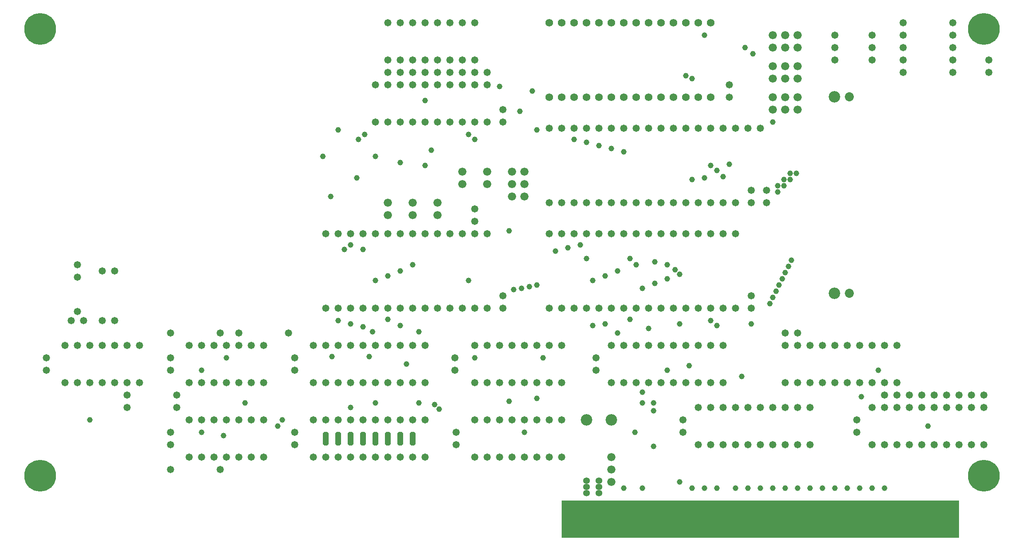
<source format=gbs>
G75*
G70*
%OFA0B0*%
%FSLAX24Y24*%
%IPPOS*%
%LPD*%
%AMOC8*
5,1,8,0,0,1.08239X$1,22.5*
%
%ADD10C,0.0320*%
%ADD11C,0.0580*%
%ADD12C,0.0660*%
%ADD13C,0.0614*%
%ADD14C,0.0926*%
%ADD15C,0.0729*%
%ADD16R,3.2000X0.3000*%
%ADD17C,0.0920*%
%ADD18C,0.2560*%
%ADD19C,0.0535*%
%ADD20C,0.0456*%
D10*
X025118Y007725D02*
X025243Y007725D01*
X025243Y008475D01*
X025118Y008475D01*
X025118Y007725D01*
X025118Y007878D02*
X025243Y007878D01*
X025243Y008196D02*
X025118Y008196D01*
X026118Y008196D02*
X026243Y008196D01*
X026243Y008475D02*
X026243Y007725D01*
X026118Y007725D01*
X026118Y008475D01*
X026243Y008475D01*
X026243Y007878D02*
X026118Y007878D01*
X027118Y007878D02*
X027243Y007878D01*
X027243Y007725D02*
X027118Y007725D01*
X027118Y008475D01*
X027243Y008475D01*
X027243Y007725D01*
X027243Y008196D02*
X027118Y008196D01*
X028118Y008196D02*
X028243Y008196D01*
X028243Y008475D02*
X028243Y007725D01*
X028118Y007725D01*
X028118Y008475D01*
X028243Y008475D01*
X028243Y007878D02*
X028118Y007878D01*
X029118Y007878D02*
X029243Y007878D01*
X029243Y007725D02*
X029118Y007725D01*
X029118Y008475D01*
X029243Y008475D01*
X029243Y007725D01*
X029243Y008196D02*
X029118Y008196D01*
X030118Y008196D02*
X030243Y008196D01*
X030243Y008475D02*
X030243Y007725D01*
X030118Y007725D01*
X030118Y008475D01*
X030243Y008475D01*
X030243Y007878D02*
X030118Y007878D01*
X031118Y007878D02*
X031243Y007878D01*
X031243Y007725D02*
X031118Y007725D01*
X031118Y008475D01*
X031243Y008475D01*
X031243Y007725D01*
X031243Y008196D02*
X031118Y008196D01*
X032118Y008196D02*
X032243Y008196D01*
X032243Y008475D02*
X032243Y007725D01*
X032118Y007725D01*
X032118Y008475D01*
X032243Y008475D01*
X032243Y007878D02*
X032118Y007878D01*
D11*
X032180Y006600D03*
X031180Y006600D03*
X030180Y006600D03*
X029180Y006600D03*
X028180Y006600D03*
X027180Y006600D03*
X026180Y006600D03*
X025180Y006600D03*
X024180Y006600D03*
X022680Y007600D03*
X022680Y008600D03*
X024180Y009600D03*
X025180Y009600D03*
X026180Y009600D03*
X027180Y009600D03*
X028180Y009600D03*
X029180Y009600D03*
X030180Y009600D03*
X031180Y009600D03*
X032180Y009600D03*
X033180Y009600D03*
X035680Y008600D03*
X035680Y007600D03*
X037180Y006600D03*
X038180Y006600D03*
X039180Y006600D03*
X040180Y006600D03*
X041180Y006600D03*
X042180Y006600D03*
X043180Y006600D03*
X044180Y006600D03*
X044180Y009600D03*
X043180Y009600D03*
X042180Y009600D03*
X041180Y009600D03*
X040180Y009600D03*
X039180Y009600D03*
X038180Y009600D03*
X037180Y009600D03*
X037180Y012600D03*
X038180Y012600D03*
X039180Y012600D03*
X040180Y012600D03*
X041180Y012600D03*
X042180Y012600D03*
X043180Y012600D03*
X044180Y012600D03*
X046930Y013600D03*
X046930Y014600D03*
X048180Y015600D03*
X049180Y015600D03*
X050180Y015600D03*
X051180Y015600D03*
X052180Y015600D03*
X053180Y015600D03*
X054180Y015600D03*
X055180Y015600D03*
X056180Y015600D03*
X057180Y015600D03*
X062180Y015600D03*
X063180Y015600D03*
X064180Y015600D03*
X065180Y015600D03*
X066180Y015600D03*
X067180Y015600D03*
X068180Y015600D03*
X069180Y015600D03*
X070180Y015600D03*
X071180Y015600D03*
X071180Y012600D03*
X070180Y012600D03*
X069180Y012600D03*
X068180Y012600D03*
X067180Y012600D03*
X066180Y012600D03*
X065180Y012600D03*
X064180Y012600D03*
X063180Y012600D03*
X062180Y012600D03*
X062180Y010600D03*
X061180Y010600D03*
X060180Y010600D03*
X059180Y010600D03*
X058180Y010600D03*
X057180Y010600D03*
X056180Y010600D03*
X055180Y010600D03*
X053930Y009600D03*
X053930Y008600D03*
X055180Y007600D03*
X056180Y007600D03*
X057180Y007600D03*
X058180Y007600D03*
X059180Y007600D03*
X060180Y007600D03*
X061180Y007600D03*
X062180Y007600D03*
X063180Y007600D03*
X064180Y007600D03*
X067930Y008600D03*
X069180Y007600D03*
X070180Y007600D03*
X071180Y007600D03*
X072180Y007600D03*
X073180Y007600D03*
X074180Y007600D03*
X075180Y007600D03*
X076180Y007600D03*
X077180Y007600D03*
X078180Y007600D03*
X078180Y010600D03*
X077180Y010600D03*
X076180Y010600D03*
X075180Y010600D03*
X075180Y011600D03*
X076180Y011600D03*
X077180Y011600D03*
X078180Y011600D03*
X074180Y011600D03*
X073180Y011600D03*
X072180Y011600D03*
X071180Y011600D03*
X070180Y011600D03*
X070180Y010600D03*
X069180Y010600D03*
X067930Y009600D03*
X071180Y010600D03*
X072180Y010600D03*
X073180Y010600D03*
X074180Y010600D03*
X064180Y010600D03*
X063180Y010600D03*
X057180Y012600D03*
X056180Y012600D03*
X055180Y012600D03*
X054180Y012600D03*
X053180Y012600D03*
X052180Y012600D03*
X051180Y012600D03*
X050180Y012600D03*
X049180Y012600D03*
X048180Y012600D03*
X044180Y015600D03*
X043180Y015600D03*
X042180Y015600D03*
X041180Y015600D03*
X040180Y015600D03*
X039180Y015600D03*
X038180Y015600D03*
X037180Y015600D03*
X035555Y014600D03*
X035555Y013600D03*
X033180Y012600D03*
X032180Y012600D03*
X031180Y012600D03*
X030180Y012600D03*
X029180Y012600D03*
X028180Y012600D03*
X027180Y012600D03*
X026180Y012600D03*
X025180Y012600D03*
X024180Y012600D03*
X022680Y013600D03*
X022680Y014600D03*
X024180Y015600D03*
X025180Y015600D03*
X026180Y015600D03*
X027180Y015600D03*
X028180Y015600D03*
X029180Y015600D03*
X030180Y015600D03*
X031180Y015600D03*
X032180Y015600D03*
X033180Y015600D03*
X033180Y018600D03*
X032180Y018600D03*
X031180Y018600D03*
X030180Y018600D03*
X029180Y018600D03*
X028180Y018600D03*
X027180Y018600D03*
X026180Y018600D03*
X025180Y018600D03*
X022180Y016600D03*
X020180Y015600D03*
X019180Y015600D03*
X018180Y015600D03*
X017180Y015600D03*
X016180Y015600D03*
X015180Y015600D03*
X014180Y015600D03*
X012680Y014600D03*
X012680Y013600D03*
X014180Y012600D03*
X015180Y012600D03*
X016180Y012600D03*
X017180Y012600D03*
X018180Y012600D03*
X019180Y012600D03*
X020180Y012600D03*
X020180Y009600D03*
X019180Y009600D03*
X018180Y009600D03*
X017180Y009600D03*
X016180Y009600D03*
X015180Y009600D03*
X014180Y009600D03*
X013180Y010600D03*
X013180Y011600D03*
X010180Y012600D03*
X009180Y012600D03*
X008180Y012600D03*
X007180Y012600D03*
X006180Y012600D03*
X005180Y012600D03*
X004180Y012600D03*
X002680Y013600D03*
X002680Y014600D03*
X004180Y015600D03*
X005180Y015600D03*
X006180Y015600D03*
X007180Y015600D03*
X008180Y015600D03*
X009180Y015600D03*
X010180Y015600D03*
X012680Y016600D03*
X016680Y016600D03*
X018180Y016600D03*
X008180Y017600D03*
X007180Y017600D03*
X005680Y017600D03*
X004680Y017600D03*
X005180Y018350D03*
X005180Y021100D03*
X005180Y022100D03*
X007180Y021600D03*
X008180Y021600D03*
X025180Y024600D03*
X026180Y024600D03*
X027180Y024600D03*
X028180Y024600D03*
X029180Y024600D03*
X030180Y024600D03*
X031180Y024600D03*
X032180Y024600D03*
X033180Y024600D03*
X034180Y024600D03*
X035180Y024600D03*
X036180Y024600D03*
X037180Y024600D03*
X038180Y024600D03*
X037180Y025600D03*
X037180Y026600D03*
X043180Y027100D03*
X044180Y027100D03*
X045180Y027100D03*
X046180Y027100D03*
X047180Y027100D03*
X048180Y027100D03*
X049180Y027100D03*
X050180Y027100D03*
X051180Y027100D03*
X052180Y027100D03*
X053180Y027100D03*
X054180Y027100D03*
X055180Y027100D03*
X056180Y027100D03*
X057180Y027100D03*
X058180Y027100D03*
X059430Y027100D03*
X060680Y027100D03*
X060680Y028100D03*
X059430Y028100D03*
X058180Y024600D03*
X057180Y024600D03*
X056180Y024600D03*
X055180Y024600D03*
X054180Y024600D03*
X053180Y024600D03*
X052180Y024600D03*
X051180Y024600D03*
X050180Y024600D03*
X049180Y024600D03*
X048180Y024600D03*
X047180Y024600D03*
X046180Y024600D03*
X045180Y024600D03*
X044180Y024600D03*
X043180Y024600D03*
X039430Y019600D03*
X039430Y018600D03*
X038180Y018600D03*
X037180Y018600D03*
X036180Y018600D03*
X035180Y018600D03*
X034180Y018600D03*
X043180Y018600D03*
X044180Y018600D03*
X045180Y018600D03*
X046180Y018600D03*
X047180Y018600D03*
X048180Y018600D03*
X049180Y018600D03*
X050180Y018600D03*
X051180Y018600D03*
X052180Y018600D03*
X053180Y018600D03*
X054180Y018600D03*
X055180Y018600D03*
X056180Y018600D03*
X057180Y018600D03*
X058180Y018600D03*
X059430Y018600D03*
X059430Y019600D03*
X062180Y016600D03*
X063180Y016600D03*
X033180Y006600D03*
X020180Y006600D03*
X019180Y006600D03*
X018180Y006600D03*
X017180Y006600D03*
X016180Y006600D03*
X015180Y006600D03*
X014180Y006600D03*
X012680Y007600D03*
X012680Y008600D03*
X009180Y010600D03*
X009180Y011600D03*
X012680Y005600D03*
X016680Y005600D03*
X043180Y033100D03*
X044180Y033100D03*
X045180Y033100D03*
X046180Y033100D03*
X047180Y033100D03*
X048180Y033100D03*
X049180Y033100D03*
X050180Y033100D03*
X051180Y033100D03*
X052180Y033100D03*
X053180Y033100D03*
X054180Y033100D03*
X055180Y033100D03*
X056180Y033100D03*
X057180Y033100D03*
X058180Y033100D03*
X059180Y033100D03*
X060180Y033100D03*
X057680Y035600D03*
X057680Y036600D03*
X066180Y038600D03*
X066180Y039600D03*
X066180Y040600D03*
X069180Y040600D03*
X069180Y039600D03*
X069180Y038600D03*
X071680Y038600D03*
X071680Y037600D03*
X071680Y039600D03*
X071680Y040600D03*
X071680Y041600D03*
X075680Y041600D03*
X075680Y040600D03*
X075680Y039600D03*
X075680Y038600D03*
X075680Y037600D03*
X078555Y037600D03*
X078555Y038600D03*
X039430Y034600D03*
X039430Y033600D03*
X038180Y033600D03*
X037180Y033600D03*
X036180Y033600D03*
X035180Y033600D03*
X034180Y033600D03*
X033180Y033600D03*
X032180Y033600D03*
X031180Y033600D03*
X030180Y033600D03*
X029180Y033600D03*
X029180Y036600D03*
X030180Y036600D03*
X031180Y036600D03*
X032180Y036600D03*
X033180Y036600D03*
X034180Y036600D03*
X035180Y036600D03*
X036180Y036600D03*
X037180Y036600D03*
X038180Y036600D03*
X038180Y037600D03*
X037180Y037600D03*
X037180Y038600D03*
X036180Y038600D03*
X035180Y038600D03*
X034180Y038600D03*
X033180Y038600D03*
X032180Y038600D03*
X031180Y038600D03*
X030180Y038600D03*
X030180Y037600D03*
X031180Y037600D03*
X032180Y037600D03*
X033180Y037600D03*
X034180Y037600D03*
X035180Y037600D03*
X036180Y037600D03*
X036180Y041600D03*
X035180Y041600D03*
X034180Y041600D03*
X033180Y041600D03*
X032180Y041600D03*
X031180Y041600D03*
X030180Y041600D03*
X037180Y041600D03*
D12*
X061180Y040600D03*
X062180Y040600D03*
X063180Y040600D03*
X063180Y039600D03*
X062180Y039600D03*
X061180Y039600D03*
X061180Y038100D03*
X062180Y038100D03*
X063180Y038100D03*
X063180Y037100D03*
X062180Y037100D03*
X061180Y037100D03*
X061180Y035600D03*
X062180Y035600D03*
X063180Y035600D03*
X063180Y034600D03*
X062180Y034600D03*
X061180Y034600D03*
X041180Y029600D03*
X040180Y029600D03*
X040180Y028600D03*
X041180Y028600D03*
X041180Y027600D03*
X040180Y027600D03*
X038180Y028600D03*
X038180Y029600D03*
X036180Y029600D03*
X036180Y028600D03*
X034180Y027100D03*
X032180Y027100D03*
X030180Y027100D03*
X030180Y026100D03*
X032180Y026100D03*
X034180Y026100D03*
X048180Y006600D03*
X048180Y005600D03*
X048180Y004600D03*
D13*
X048180Y035600D03*
X047180Y035600D03*
X046180Y035600D03*
X045180Y035600D03*
X044180Y035600D03*
X043180Y035600D03*
X049180Y035600D03*
X050180Y035600D03*
X051180Y035600D03*
X052180Y035600D03*
X053180Y035600D03*
X054180Y035600D03*
X055180Y035600D03*
X056180Y035600D03*
X056180Y041600D03*
X055180Y041600D03*
X054180Y041600D03*
X053180Y041600D03*
X052180Y041600D03*
X051180Y041600D03*
X050180Y041600D03*
X049180Y041600D03*
X048180Y041600D03*
X047180Y041600D03*
X046180Y041600D03*
X045180Y041600D03*
X044180Y041600D03*
X043180Y041600D03*
D14*
X066139Y035631D03*
X066139Y019819D03*
D15*
X067320Y019819D03*
X067320Y035631D03*
D16*
X060180Y001600D03*
D17*
X048180Y009600D03*
X046180Y009600D03*
D18*
X002180Y005100D03*
X002180Y041100D03*
X078180Y041100D03*
X078180Y005100D03*
D19*
X047180Y004725D03*
X047180Y004225D03*
X047180Y003725D03*
X046180Y003725D03*
X046180Y004225D03*
X046180Y004725D03*
D20*
X049180Y004100D03*
X050680Y004100D03*
X053680Y004600D03*
X054680Y004100D03*
X055680Y004100D03*
X056680Y004100D03*
X058180Y004100D03*
X059180Y004100D03*
X060180Y004100D03*
X061180Y004100D03*
X062180Y004100D03*
X063180Y004100D03*
X064180Y004100D03*
X065180Y004100D03*
X066180Y004100D03*
X067180Y004100D03*
X068180Y004100D03*
X069180Y004100D03*
X070180Y004100D03*
X073680Y009100D03*
X068305Y011475D03*
X069680Y013600D03*
X059430Y017350D03*
X056680Y017225D03*
X056180Y017600D03*
X053680Y017350D03*
X051180Y016975D03*
X049680Y017725D03*
X048680Y016600D03*
X047680Y017350D03*
X046680Y017225D03*
X042680Y014600D03*
X037180Y014600D03*
X032680Y016725D03*
X031180Y017225D03*
X030180Y017725D03*
X028930Y016725D03*
X028180Y017100D03*
X027180Y017350D03*
X026180Y017600D03*
X025680Y014725D03*
X028680Y014725D03*
X031680Y014100D03*
X032680Y010975D03*
X033930Y010850D03*
X034305Y010475D03*
X029180Y010975D03*
X027180Y010600D03*
X021680Y009600D03*
X021305Y009100D03*
X018680Y010975D03*
X016930Y008350D03*
X015180Y008600D03*
X006180Y009600D03*
X015180Y013600D03*
X017180Y014600D03*
X029180Y020850D03*
X030180Y021225D03*
X031180Y021600D03*
X032180Y022100D03*
X028180Y023350D03*
X027180Y023725D03*
X026680Y023350D03*
X025555Y027600D03*
X027680Y029100D03*
X029180Y030850D03*
X031180Y030350D03*
X033180Y030100D03*
X033680Y031350D03*
X036680Y032600D03*
X037180Y032225D03*
X042180Y032975D03*
X040805Y034475D03*
X041805Y036100D03*
X039180Y036475D03*
X033180Y035350D03*
X028305Y032600D03*
X027805Y032225D03*
X026180Y032975D03*
X024930Y030850D03*
X039930Y024850D03*
X043680Y023225D03*
X044680Y023475D03*
X045680Y023725D03*
X046180Y022600D03*
X047680Y021225D03*
X046680Y020850D03*
X048680Y021600D03*
X050180Y022100D03*
X049680Y022600D03*
X051680Y022350D03*
X052680Y022100D03*
X053305Y021725D03*
X053680Y021350D03*
X052680Y020975D03*
X051680Y020600D03*
X050680Y020225D03*
X042180Y020475D03*
X041555Y020350D03*
X040930Y020225D03*
X040305Y020100D03*
X036680Y020850D03*
X052680Y013600D03*
X054430Y013975D03*
X050680Y011850D03*
X050680Y010975D03*
X051555Y010975D03*
X051555Y010350D03*
X050055Y008600D03*
X051555Y007475D03*
X042180Y011350D03*
X039930Y011100D03*
X041180Y008600D03*
X058680Y013100D03*
X060930Y018975D03*
X061180Y019475D03*
X061430Y019975D03*
X061680Y020475D03*
X061930Y020975D03*
X062180Y021475D03*
X062430Y021975D03*
X062680Y022475D03*
X061555Y027975D03*
X061555Y028475D03*
X062055Y028475D03*
X062055Y028975D03*
X062555Y028975D03*
X062555Y029475D03*
X063055Y029475D03*
X057680Y030225D03*
X056680Y029725D03*
X056180Y030100D03*
X055680Y029100D03*
X057180Y029225D03*
X054680Y028975D03*
X049180Y031225D03*
X048180Y031475D03*
X047180Y031725D03*
X046180Y031975D03*
X045180Y032225D03*
X054180Y037350D03*
X054680Y037100D03*
X058930Y039600D03*
X059555Y039100D03*
X055680Y040600D03*
X061180Y033600D03*
M02*

</source>
